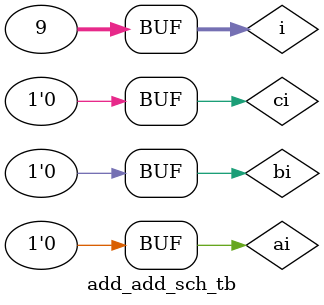
<source format=v>

`timescale 1ns / 1ps

module add_add_sch_tb();

// Inputs
   reg ai;
   reg bi;
   reg ci;

// Output
   wire si;
   wire Pi;
   wire Gi;
   wire co;

// Bidirs

// Instantiate the UUT
   add UUT (
		.ai(ai), 
		.bi(bi), 
		.ci(ci), 
		.si(si), 
		.Pi(Pi), 
		.Gi(Gi), 
		.co(co)
   );
	integer i=0;
// Initialize Inputs
   //`ifdef auto_init
       initial begin
		for(i=0;i<=8;i=i+1)
		begin
		{ci,ai,bi}=i;
		#50;
		end
		end
   //`endif
endmodule

</source>
